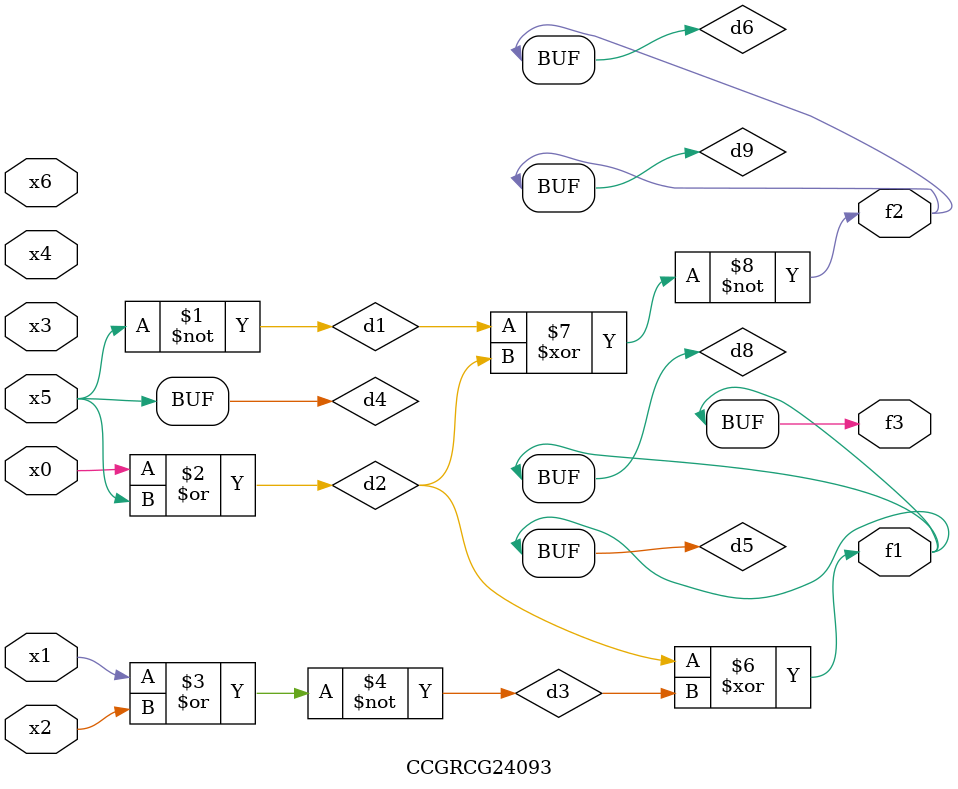
<source format=v>
module CCGRCG24093(
	input x0, x1, x2, x3, x4, x5, x6,
	output f1, f2, f3
);

	wire d1, d2, d3, d4, d5, d6, d7, d8, d9;

	nand (d1, x5);
	or (d2, x0, x5);
	nor (d3, x1, x2);
	xnor (d4, d1);
	xor (d5, d2, d3);
	xnor (d6, d1, d2);
	not (d7, x4);
	buf (d8, d5);
	xor (d9, d6);
	assign f1 = d8;
	assign f2 = d9;
	assign f3 = d8;
endmodule

</source>
